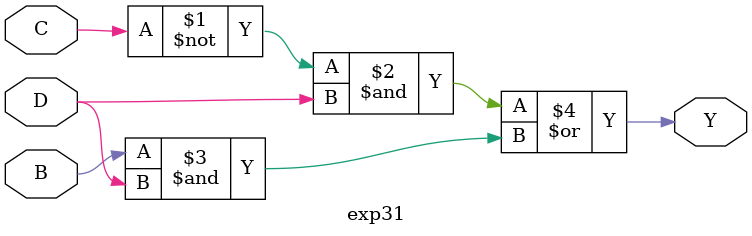
<source format=v>
`timescale 1ns / 1ps
module exp31(
    input B,
    input C,
    input D,
    output Y
    );
assign Y=(~C&D)|(B&D);

endmodule

</source>
